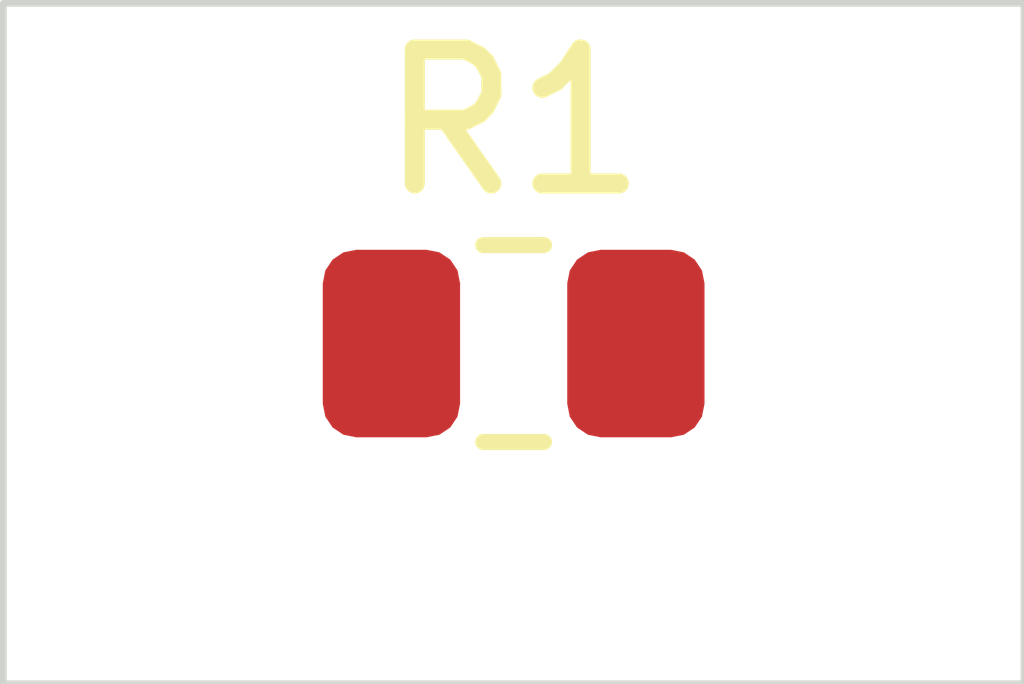
<source format=kicad_pcb>
(kicad_pcb (version 20171130) (host pcbnew 5.1.10)

  (general
    (thickness 1.6)
    (drawings 4)
    (tracks 0)
    (zones 0)
    (modules 1)
    (nets 3)
  )

  (page A4)
  (layers
    (0 F.Cu signal)
    (31 B.Cu signal)
    (32 B.Adhes user)
    (33 F.Adhes user)
    (34 B.Paste user)
    (35 F.Paste user)
    (36 B.SilkS user)
    (37 F.SilkS user)
    (38 B.Mask user)
    (39 F.Mask user)
    (40 Dwgs.User user)
    (41 Cmts.User user)
    (42 Eco1.User user)
    (43 Eco2.User user)
    (44 Edge.Cuts user)
    (45 Margin user)
    (46 B.CrtYd user)
    (47 F.CrtYd user)
    (48 B.Fab user)
    (49 F.Fab user)
  )

  (setup
    (last_trace_width 0.25)
    (trace_clearance 0.2)
    (zone_clearance 0.508)
    (zone_45_only no)
    (trace_min 0.2)
    (via_size 0.8)
    (via_drill 0.4)
    (via_min_size 0.4)
    (via_min_drill 0.3)
    (uvia_size 0.3)
    (uvia_drill 0.1)
    (uvias_allowed no)
    (uvia_min_size 0.2)
    (uvia_min_drill 0.1)
    (edge_width 0.05)
    (segment_width 0.2)
    (pcb_text_width 0.3)
    (pcb_text_size 1.5 1.5)
    (mod_edge_width 0.12)
    (mod_text_size 1 1)
    (mod_text_width 0.15)
    (pad_size 1.524 1.524)
    (pad_drill 0.762)
    (pad_to_mask_clearance 0)
    (aux_axis_origin 0 0)
    (visible_elements FFFFFF7F)
    (pcbplotparams
      (layerselection 0x010fc_ffffffff)
      (usegerberextensions false)
      (usegerberattributes true)
      (usegerberadvancedattributes true)
      (creategerberjobfile true)
      (excludeedgelayer true)
      (linewidth 0.100000)
      (plotframeref false)
      (viasonmask false)
      (mode 1)
      (useauxorigin false)
      (hpglpennumber 1)
      (hpglpenspeed 20)
      (hpglpendiameter 15.000000)
      (psnegative false)
      (psa4output false)
      (plotreference true)
      (plotvalue true)
      (plotinvisibletext false)
      (padsonsilk false)
      (subtractmaskfromsilk false)
      (outputformat 1)
      (mirror false)
      (drillshape 1)
      (scaleselection 1)
      (outputdirectory ""))
  )

  (net 0 "")
  (net 1 "Net-(R1-Pad2)")
  (net 2 "Net-(R1-Pad1)")

  (net_class Default "This is the default net class."
    (clearance 0.2)
    (trace_width 0.25)
    (via_dia 0.8)
    (via_drill 0.4)
    (uvia_dia 0.3)
    (uvia_drill 0.1)
    (add_net "Net-(R1-Pad1)")
    (add_net "Net-(R1-Pad2)")
  )

  (module Resistor_SMD:R_0805_2012Metric (layer F.Cu) (tedit 5F68FEEE) (tstamp 61662605)
    (at 146.05 109.22)
    (descr "Resistor SMD 0805 (2012 Metric), square (rectangular) end terminal, IPC_7351 nominal, (Body size source: IPC-SM-782 page 72, https://www.pcb-3d.com/wordpress/wp-content/uploads/ipc-sm-782a_amendment_1_and_2.pdf), generated with kicad-footprint-generator")
    (tags resistor)
    (path /6165C958)
    (attr smd)
    (fp_text reference R1 (at 0 -1.65) (layer F.SilkS)
      (effects (font (size 1 1) (thickness 0.15)))
    )
    (fp_text value R (at 0 1.65) (layer F.Fab)
      (effects (font (size 1 1) (thickness 0.15)))
    )
    (fp_text user %R (at 0 0) (layer F.Fab)
      (effects (font (size 0.5 0.5) (thickness 0.08)))
    )
    (fp_line (start -1 0.625) (end -1 -0.625) (layer F.Fab) (width 0.1))
    (fp_line (start -1 -0.625) (end 1 -0.625) (layer F.Fab) (width 0.1))
    (fp_line (start 1 -0.625) (end 1 0.625) (layer F.Fab) (width 0.1))
    (fp_line (start 1 0.625) (end -1 0.625) (layer F.Fab) (width 0.1))
    (fp_line (start -0.227064 -0.735) (end 0.227064 -0.735) (layer F.SilkS) (width 0.12))
    (fp_line (start -0.227064 0.735) (end 0.227064 0.735) (layer F.SilkS) (width 0.12))
    (fp_line (start -1.68 0.95) (end -1.68 -0.95) (layer F.CrtYd) (width 0.05))
    (fp_line (start -1.68 -0.95) (end 1.68 -0.95) (layer F.CrtYd) (width 0.05))
    (fp_line (start 1.68 -0.95) (end 1.68 0.95) (layer F.CrtYd) (width 0.05))
    (fp_line (start 1.68 0.95) (end -1.68 0.95) (layer F.CrtYd) (width 0.05))
    (pad 2 smd roundrect (at 0.9125 0) (size 1.025 1.4) (layers F.Cu F.Paste F.Mask) (roundrect_rratio 0.243902)
      (net 1 "Net-(R1-Pad2)"))
    (pad 1 smd roundrect (at -0.9125 0) (size 1.025 1.4) (layers F.Cu F.Paste F.Mask) (roundrect_rratio 0.243902)
      (net 2 "Net-(R1-Pad1)"))
    (model ${KISYS3DMOD}/Resistor_SMD.3dshapes/R_0805_2012Metric.wrl
      (at (xyz 0 0 0))
      (scale (xyz 1 1 1))
      (rotate (xyz 0 0 0))
    )
  )

  (gr_line (start 142.24 111.76) (end 142.24 106.68) (layer Edge.Cuts) (width 0.05) (tstamp 61662616))
  (gr_line (start 149.86 111.76) (end 142.24 111.76) (layer Edge.Cuts) (width 0.05))
  (gr_line (start 149.86 106.68) (end 149.86 111.76) (layer Edge.Cuts) (width 0.05))
  (gr_line (start 142.24 106.68) (end 149.86 106.68) (layer Edge.Cuts) (width 0.05))

)

</source>
